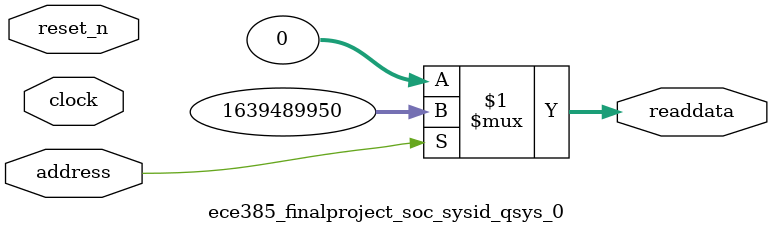
<source format=v>



// synthesis translate_off
`timescale 1ns / 1ps
// synthesis translate_on

// turn off superfluous verilog processor warnings 
// altera message_level Level1 
// altera message_off 10034 10035 10036 10037 10230 10240 10030 

module ece385_finalproject_soc_sysid_qsys_0 (
               // inputs:
                address,
                clock,
                reset_n,

               // outputs:
                readdata
             )
;

  output  [ 31: 0] readdata;
  input            address;
  input            clock;
  input            reset_n;

  wire    [ 31: 0] readdata;
  //control_slave, which is an e_avalon_slave
  assign readdata = address ? 1639489950 : 0;

endmodule



</source>
